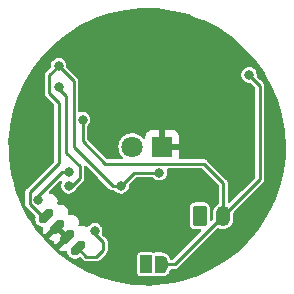
<source format=gbl>
%TF.GenerationSoftware,KiCad,Pcbnew,5.99.0-unknown-r24460-8dd23acc*%
%TF.CreationDate,2021-01-20T14:34:24+01:00*%
%TF.ProjectId,led-pedestal,6c65642d-7065-4646-9573-74616c2e6b69,rev?*%
%TF.SameCoordinates,Original*%
%TF.FileFunction,Copper,L2,Bot*%
%TF.FilePolarity,Positive*%
%FSLAX46Y46*%
G04 Gerber Fmt 4.6, Leading zero omitted, Abs format (unit mm)*
G04 Created by KiCad (PCBNEW 5.99.0-unknown-r24460-8dd23acc) date 2021-01-20 14:34:24*
%MOMM*%
%LPD*%
G01*
G04 APERTURE LIST*
G04 Aperture macros list*
%AMRoundRect*
0 Rectangle with rounded corners*
0 $1 Rounding radius*
0 $2 $3 $4 $5 $6 $7 $8 $9 X,Y pos of 4 corners*
0 Add a 4 corners polygon primitive as box body*
4,1,4,$2,$3,$4,$5,$6,$7,$8,$9,$2,$3,0*
0 Add four circle primitives for the rounded corners*
1,1,$1+$1,$2,$3,0*
1,1,$1+$1,$4,$5,0*
1,1,$1+$1,$6,$7,0*
1,1,$1+$1,$8,$9,0*
0 Add four rect primitives between the rounded corners*
20,1,$1+$1,$2,$3,$4,$5,0*
20,1,$1+$1,$4,$5,$6,$7,0*
20,1,$1+$1,$6,$7,$8,$9,0*
20,1,$1+$1,$8,$9,$2,$3,0*%
%AMHorizOval*
0 Thick line with rounded ends*
0 $1 width*
0 $2 $3 position (X,Y) of the first rounded end (center of the circle)*
0 $4 $5 position (X,Y) of the second rounded end (center of the circle)*
0 Add line between two ends*
20,1,$1,$2,$3,$4,$5,0*
0 Add two circle primitives to create the rounded ends*
1,1,$1,$2,$3,0*
1,1,$1,$4,$5,0*%
G04 Aperture macros list end*
%TA.AperFunction,SMDPad,CuDef*%
%ADD10HorizOval,0.800000X-0.247487X-0.247487X0.247487X0.247487X0*%
%TD*%
%TA.AperFunction,ComponentPad*%
%ADD11R,1.800000X1.800000*%
%TD*%
%TA.AperFunction,ComponentPad*%
%ADD12C,1.800000*%
%TD*%
%TA.AperFunction,ComponentPad*%
%ADD13RoundRect,0.250000X-0.350000X-0.625000X0.350000X-0.625000X0.350000X0.625000X-0.350000X0.625000X0*%
%TD*%
%TA.AperFunction,ComponentPad*%
%ADD14O,1.200000X1.750000*%
%TD*%
%TA.AperFunction,SMDPad,CuDef*%
%ADD15R,1.000000X1.500000*%
%TD*%
%TA.AperFunction,ViaPad*%
%ADD16C,0.800000*%
%TD*%
%TA.AperFunction,Conductor*%
%ADD17C,0.250000*%
%TD*%
G04 APERTURE END LIST*
D10*
%TO.P,J2,5,Pin_5*%
%TO.N,VCC*%
X139391292Y-100611631D03*
%TO.P,J2,6,Pin_6*%
%TO.N,GND*%
X140289317Y-101509657D03*
%TO.P,J2,7,Pin_7*%
X141187343Y-102407683D03*
%TO.P,J2,8,Pin_8*%
%TO.N,/RST*%
X142085369Y-103305708D03*
%TD*%
D11*
%TO.P,D2,1,K*%
%TO.N,GND*%
X149225000Y-94743000D03*
D12*
%TO.P,D2,2,A*%
%TO.N,Net-(D2-Pad2)*%
X146685000Y-94743000D03*
%TD*%
D13*
%TO.P,BT1,1,Pin_1*%
%TO.N,Net-(BT1-Pad1)*%
X152400000Y-100584000D03*
D14*
%TO.P,BT1,2,Pin_2*%
%TO.N,+BATT*%
X154400000Y-100584000D03*
%TD*%
%TA.AperFunction,SMDPad,CuDef*%
%TO.P,JP1,1,A*%
%TO.N,GND*%
G36*
X147128800Y-105448800D02*
G01*
X146578800Y-105448800D01*
X146578800Y-105443833D01*
X146498859Y-105442368D01*
X146363544Y-105400093D01*
X146245534Y-105321538D01*
X146154314Y-105213019D01*
X146097219Y-105083260D01*
X146079636Y-104948800D01*
X146078800Y-104948800D01*
X146078800Y-104448800D01*
X146079636Y-104448800D01*
X146078837Y-104442691D01*
X146100648Y-104302614D01*
X146160896Y-104174289D01*
X146254740Y-104068031D01*
X146374635Y-103992383D01*
X146510942Y-103953426D01*
X146578800Y-103953841D01*
X146578800Y-103948800D01*
X147128800Y-103948800D01*
X147128800Y-105448800D01*
G37*
%TD.AperFunction*%
D15*
%TO.P,JP1,2,C*%
%TO.N,Net-(C3-Pad1)*%
X147878800Y-104698800D03*
%TA.AperFunction,SMDPad,CuDef*%
%TO.P,JP1,3,B*%
%TO.N,+BATT*%
G36*
X149178800Y-103953841D02*
G01*
X149252705Y-103954292D01*
X149388526Y-103994911D01*
X149507488Y-104072018D01*
X149600026Y-104179415D01*
X149658703Y-104308467D01*
X149678800Y-104448800D01*
X149678800Y-104948800D01*
X149678651Y-104961016D01*
X149655131Y-105100817D01*
X149593319Y-105228396D01*
X149498184Y-105333500D01*
X149377374Y-105407677D01*
X149240601Y-105444966D01*
X149178800Y-105443833D01*
X149178800Y-105448800D01*
X148628800Y-105448800D01*
X148628800Y-103948800D01*
X149178800Y-103948800D01*
X149178800Y-103953841D01*
G37*
%TD.AperFunction*%
%TD*%
D16*
%TO.N,+BATT*%
X142485000Y-92447000D03*
X156565600Y-88646000D03*
%TO.N,GND*%
X147218400Y-92202000D03*
X140300000Y-101500000D03*
X138379200Y-89001600D03*
X150368000Y-100838000D03*
X153568400Y-85902800D03*
X155803600Y-97790000D03*
X143764000Y-88138000D03*
X143764000Y-86995000D03*
X147912400Y-102912600D03*
X141200000Y-102400000D03*
X142658000Y-90678000D03*
X139141200Y-96418400D03*
X156260800Y-99923600D03*
X139496800Y-92354400D03*
%TO.N,/AN1|CLK*%
X138734800Y-99263200D03*
X141325600Y-96901000D03*
%TO.N,VCC*%
X140462000Y-87884000D03*
X148996400Y-96926400D03*
X145745200Y-98044000D03*
%TO.N,Net-(C3-Pad1)*%
X147878800Y-104394000D03*
%TO.N,/RST*%
X143510000Y-101854000D03*
%TO.N,/AN0|DAT*%
X141325600Y-98044000D03*
X140462000Y-89712800D03*
%TD*%
D17*
%TO.N,+BATT*%
X157480000Y-89560400D02*
X156565600Y-88646000D01*
X157480000Y-97504000D02*
X157480000Y-89560400D01*
X144424400Y-96164400D02*
X152755600Y-96164400D01*
X154400000Y-100584000D02*
X150285200Y-104698800D01*
X154400000Y-100584000D02*
X157480000Y-97504000D01*
X142485000Y-94225000D02*
X144424400Y-96164400D01*
X154400000Y-97808800D02*
X154400000Y-100584000D01*
X152755600Y-96164400D02*
X154400000Y-97808800D01*
X150285200Y-104698800D02*
X149178800Y-104698800D01*
X142485000Y-92447000D02*
X142485000Y-94225000D01*
%TO.N,/AN1|CLK*%
X140716000Y-96901000D02*
X141325600Y-96901000D01*
X138734800Y-98882200D02*
X140716000Y-96901000D01*
X138734800Y-99263200D02*
X138734800Y-98882200D01*
%TO.N,VCC*%
X138009799Y-99604999D02*
X138009799Y-98591201D01*
X138009799Y-98591201D02*
X140462000Y-96139000D01*
X140462000Y-91033600D02*
X139649200Y-90220800D01*
X140462000Y-96139000D02*
X140462000Y-91033600D01*
X139649200Y-90220800D02*
X139649200Y-88696800D01*
X145745200Y-98044000D02*
X145034000Y-98044000D01*
X139391292Y-100611631D02*
X139016431Y-100611631D01*
X141732000Y-89154000D02*
X140462000Y-87884000D01*
X146862800Y-96926400D02*
X145745200Y-98044000D01*
X145034000Y-98044000D02*
X141732000Y-94742000D01*
X139649200Y-88696800D02*
X140462000Y-87884000D01*
X139016431Y-100611631D02*
X138009799Y-99604999D01*
X141732000Y-94742000D02*
X141732000Y-89154000D01*
X148996400Y-96926400D02*
X146862800Y-96926400D01*
%TO.N,Net-(C3-Pad1)*%
X147878800Y-104749600D02*
X147878800Y-104394000D01*
%TO.N,/RST*%
X144221200Y-102768400D02*
X143408400Y-101955600D01*
X142818061Y-104038400D02*
X143662400Y-104038400D01*
X143662400Y-104038400D02*
X144221200Y-103479600D01*
X142085369Y-103305708D02*
X142818061Y-104038400D01*
X144221200Y-103479600D02*
X144221200Y-102768400D01*
%TO.N,/AN0|DAT*%
X141605000Y-98044000D02*
X141274800Y-98044000D01*
X140447053Y-89787853D02*
X141097000Y-90437800D01*
X141097000Y-90437800D02*
X141097000Y-95250000D01*
X141097000Y-95250000D02*
X142240000Y-96393000D01*
X142240000Y-96393000D02*
X142240000Y-97409000D01*
X142240000Y-97409000D02*
X141605000Y-98044000D01*
%TD*%
%TA.AperFunction,Conductor*%
%TO.N,GND*%
G36*
X148170891Y-83017843D02*
G01*
X148807960Y-83027851D01*
X148822427Y-83028913D01*
X150148703Y-83203521D01*
X150162952Y-83206239D01*
X151460352Y-83532123D01*
X151474195Y-83536461D01*
X151946782Y-83715037D01*
X152725570Y-84009317D01*
X152738803Y-84015209D01*
X153927536Y-84628759D01*
X153940018Y-84636141D01*
X155050340Y-85382246D01*
X155061894Y-85391017D01*
X156079096Y-86259789D01*
X156089566Y-86269829D01*
X157000176Y-87249762D01*
X157009421Y-87260936D01*
X157747199Y-88265299D01*
X157801372Y-88339047D01*
X157809270Y-88351208D01*
X158020041Y-88720730D01*
X158472049Y-89513186D01*
X158478498Y-89526179D01*
X159003341Y-90756654D01*
X159008255Y-90770303D01*
X159388181Y-92052914D01*
X159391494Y-92067037D01*
X159621488Y-93384843D01*
X159623155Y-93399253D01*
X159700447Y-94739721D01*
X159700594Y-94750928D01*
X159682475Y-95327466D01*
X159677977Y-95470608D01*
X159677126Y-95481787D01*
X159523364Y-96752412D01*
X159515821Y-96814740D01*
X159513253Y-96829017D01*
X159200966Y-98129785D01*
X159196773Y-98143672D01*
X158997077Y-98689369D01*
X158759814Y-99337722D01*
X158737056Y-99399910D01*
X158731296Y-99413221D01*
X158608002Y-99658363D01*
X158130236Y-100608294D01*
X158122983Y-100620857D01*
X157388544Y-101738933D01*
X157379895Y-101750579D01*
X157074832Y-102115430D01*
X156522366Y-102776173D01*
X156521817Y-102776829D01*
X156511887Y-102787403D01*
X155541544Y-103708224D01*
X155530464Y-103717587D01*
X154460716Y-104520777D01*
X154448633Y-104528805D01*
X153293644Y-105203726D01*
X153280719Y-105210311D01*
X152055826Y-105748002D01*
X152042249Y-105753052D01*
X150873695Y-106112546D01*
X150763662Y-106146396D01*
X150749575Y-106149856D01*
X149434253Y-106393636D01*
X149419861Y-106395454D01*
X148651008Y-106447870D01*
X148085241Y-106486440D01*
X148070742Y-106486592D01*
X147631303Y-106465869D01*
X146734509Y-106423577D01*
X146720082Y-106422061D01*
X145399948Y-106205880D01*
X145385791Y-106202715D01*
X144099262Y-105836237D01*
X144085563Y-105831467D01*
X143372082Y-105535934D01*
X142849660Y-105319540D01*
X142836613Y-105313232D01*
X141667755Y-104662655D01*
X141655507Y-104654883D01*
X140569166Y-103874268D01*
X140557892Y-103865138D01*
X139568479Y-102964840D01*
X139558330Y-102954476D01*
X139209440Y-102554536D01*
X139609268Y-102554536D01*
X139615623Y-102563026D01*
X139621797Y-102567035D01*
X139633503Y-102573000D01*
X139799364Y-102636668D01*
X139812049Y-102640067D01*
X139933033Y-102659228D01*
X139997186Y-102689640D01*
X140034714Y-102749908D01*
X140037772Y-102763967D01*
X140056933Y-102884951D01*
X140060332Y-102897636D01*
X140124000Y-103063497D01*
X140129965Y-103075203D01*
X140132164Y-103078590D01*
X140142867Y-103087774D01*
X140152494Y-103083322D01*
X140815321Y-102420495D01*
X140822935Y-102406551D01*
X140822804Y-102404718D01*
X140818553Y-102398103D01*
X140302129Y-101881679D01*
X140288185Y-101874065D01*
X140286352Y-101874196D01*
X140279737Y-101878447D01*
X139616028Y-102542156D01*
X139609268Y-102554536D01*
X139209440Y-102554536D01*
X138678950Y-101946425D01*
X138670059Y-101934963D01*
X137912364Y-100832508D01*
X137904850Y-100820100D01*
X137278902Y-99637892D01*
X137272863Y-99624703D01*
X137258120Y-99586887D01*
X137625727Y-99586887D01*
X137626951Y-99597226D01*
X137629426Y-99618140D01*
X137629811Y-99624664D01*
X137629871Y-99624659D01*
X137630299Y-99629838D01*
X137630299Y-99635038D01*
X137631153Y-99640166D01*
X137631153Y-99640171D01*
X137633711Y-99655539D01*
X137634548Y-99661416D01*
X137640567Y-99712271D01*
X137644526Y-99720517D01*
X137646029Y-99729544D01*
X137659167Y-99753894D01*
X137670347Y-99774614D01*
X137673043Y-99779904D01*
X137686449Y-99807822D01*
X137695220Y-99826088D01*
X137700628Y-99832521D01*
X137702556Y-99834449D01*
X137702742Y-99834651D01*
X137705984Y-99840661D01*
X137713631Y-99847729D01*
X137713631Y-99847730D01*
X137740993Y-99873023D01*
X137744560Y-99876453D01*
X138469572Y-100601466D01*
X138503597Y-100663778D01*
X138504925Y-100710272D01*
X138495183Y-100771778D01*
X138484631Y-100838403D01*
X138485377Y-100846295D01*
X138498414Y-100984212D01*
X138500188Y-101002983D01*
X138502872Y-101010438D01*
X138550299Y-101142171D01*
X138556186Y-101158524D01*
X138649107Y-101295253D01*
X138655055Y-101300497D01*
X138655056Y-101300498D01*
X138703387Y-101343107D01*
X138773112Y-101404577D01*
X138780172Y-101408174D01*
X138780173Y-101408175D01*
X138913344Y-101476029D01*
X138913346Y-101476030D01*
X138920408Y-101479628D01*
X139012327Y-101500174D01*
X139040591Y-101506492D01*
X139102708Y-101540873D01*
X139136376Y-101603378D01*
X139138932Y-101636052D01*
X139130427Y-101798334D01*
X139131114Y-101811443D01*
X139158907Y-101986925D01*
X139162306Y-101999610D01*
X139225974Y-102165471D01*
X139231939Y-102177177D01*
X139234138Y-102180564D01*
X139244841Y-102189748D01*
X139254468Y-102185296D01*
X140200222Y-101239542D01*
X140262534Y-101205516D01*
X140333349Y-101210581D01*
X140378412Y-101239542D01*
X141457458Y-102318588D01*
X141491484Y-102380900D01*
X141486419Y-102451715D01*
X141457458Y-102496778D01*
X140514054Y-103440182D01*
X140507294Y-103452562D01*
X140513649Y-103461052D01*
X140519823Y-103465061D01*
X140531529Y-103471026D01*
X140697390Y-103534694D01*
X140710075Y-103538093D01*
X140885557Y-103565886D01*
X140898666Y-103566573D01*
X141059870Y-103558124D01*
X141128944Y-103574533D01*
X141178181Y-103625682D01*
X141191905Y-103672093D01*
X141194265Y-103697060D01*
X141250263Y-103852601D01*
X141254720Y-103859159D01*
X141319845Y-103954987D01*
X141343184Y-103989330D01*
X141349132Y-103994574D01*
X141349133Y-103994575D01*
X141437177Y-104072195D01*
X141467189Y-104098654D01*
X141474249Y-104102251D01*
X141474250Y-104102252D01*
X141607421Y-104170106D01*
X141607423Y-104170107D01*
X141614485Y-104173705D01*
X141775818Y-104209767D01*
X141941051Y-104204575D01*
X141948663Y-104202363D01*
X141948666Y-104202363D01*
X142092188Y-104160666D01*
X142092190Y-104160665D01*
X142099801Y-104158454D01*
X142205207Y-104096117D01*
X142274023Y-104078657D01*
X142341354Y-104101174D01*
X142358441Y-104115475D01*
X142512406Y-104269440D01*
X142525483Y-104285632D01*
X142528024Y-104288425D01*
X142533673Y-104297173D01*
X142541852Y-104303620D01*
X142541852Y-104303621D01*
X142558397Y-104316664D01*
X142563277Y-104321001D01*
X142563317Y-104320954D01*
X142567274Y-104324307D01*
X142570955Y-104327988D01*
X142587852Y-104340063D01*
X142592598Y-104343627D01*
X142632827Y-104375340D01*
X142641461Y-104378372D01*
X142648904Y-104383691D01*
X142658882Y-104386675D01*
X142697964Y-104398363D01*
X142703613Y-104400198D01*
X142751954Y-104417175D01*
X142760326Y-104417900D01*
X142763040Y-104417900D01*
X142763332Y-104417913D01*
X142769870Y-104419868D01*
X142817489Y-104417997D01*
X142822436Y-104417900D01*
X143609641Y-104417900D01*
X143630343Y-104420103D01*
X143634109Y-104420281D01*
X143644288Y-104422472D01*
X143675541Y-104418773D01*
X143682065Y-104418388D01*
X143682060Y-104418328D01*
X143687237Y-104417900D01*
X143692440Y-104417900D01*
X143712940Y-104414488D01*
X143718813Y-104413653D01*
X143759328Y-104408857D01*
X143759332Y-104408856D01*
X143769672Y-104407632D01*
X143777917Y-104403673D01*
X143786946Y-104402170D01*
X143796106Y-104397228D01*
X143796114Y-104397225D01*
X143832049Y-104377835D01*
X143837312Y-104375153D01*
X143883489Y-104352979D01*
X143889922Y-104347571D01*
X143891852Y-104345641D01*
X143892049Y-104345460D01*
X143898063Y-104342215D01*
X143917434Y-104321260D01*
X143930420Y-104307211D01*
X143933850Y-104303643D01*
X144452242Y-103785252D01*
X144468430Y-103772178D01*
X144471220Y-103769639D01*
X144479972Y-103763988D01*
X144499456Y-103739273D01*
X144503802Y-103734383D01*
X144503755Y-103734343D01*
X144507108Y-103730386D01*
X144510788Y-103726706D01*
X144522883Y-103709780D01*
X144526437Y-103705048D01*
X144526589Y-103704856D01*
X144558140Y-103664834D01*
X144561172Y-103656200D01*
X144566491Y-103648757D01*
X144581163Y-103599697D01*
X144582998Y-103594049D01*
X144597347Y-103553190D01*
X144599975Y-103545707D01*
X144600700Y-103537335D01*
X144600700Y-103534621D01*
X144600713Y-103534329D01*
X144602668Y-103527791D01*
X144600797Y-103480171D01*
X144600700Y-103475224D01*
X144600700Y-102821159D01*
X144602903Y-102800457D01*
X144603081Y-102796691D01*
X144605272Y-102786512D01*
X144601573Y-102755259D01*
X144601188Y-102748734D01*
X144601128Y-102748739D01*
X144600700Y-102743559D01*
X144600700Y-102738360D01*
X144599847Y-102733234D01*
X144599846Y-102733224D01*
X144597288Y-102717857D01*
X144596451Y-102711981D01*
X144591655Y-102671463D01*
X144590432Y-102661127D01*
X144586473Y-102652881D01*
X144584970Y-102643854D01*
X144560652Y-102598784D01*
X144557956Y-102593494D01*
X144539210Y-102554455D01*
X144539210Y-102554454D01*
X144535779Y-102547310D01*
X144530371Y-102540877D01*
X144528443Y-102538949D01*
X144528257Y-102538747D01*
X144525015Y-102532737D01*
X144517366Y-102525667D01*
X144517365Y-102525665D01*
X144490011Y-102500379D01*
X144486444Y-102496950D01*
X144334231Y-102344737D01*
X144167236Y-102177743D01*
X144133211Y-102115430D01*
X144139179Y-102042263D01*
X144145864Y-102025380D01*
X144145865Y-102025375D01*
X144148781Y-102018011D01*
X144158097Y-101944271D01*
X144168506Y-101861868D01*
X144169500Y-101854000D01*
X144153923Y-101730694D01*
X144149775Y-101697854D01*
X144149774Y-101697851D01*
X144148781Y-101689989D01*
X144120236Y-101617893D01*
X144090842Y-101543652D01*
X144090841Y-101543650D01*
X144087924Y-101536283D01*
X144074039Y-101517171D01*
X144003692Y-101420348D01*
X143990755Y-101402541D01*
X143984647Y-101397488D01*
X143869487Y-101302219D01*
X143869483Y-101302216D01*
X143863378Y-101297166D01*
X143713797Y-101226778D01*
X143706014Y-101225293D01*
X143706013Y-101225293D01*
X143559196Y-101197286D01*
X143559194Y-101197286D01*
X143551410Y-101195801D01*
X143468916Y-101200991D01*
X143394333Y-101205684D01*
X143394331Y-101205684D01*
X143386422Y-101206182D01*
X143378886Y-101208631D01*
X143378884Y-101208631D01*
X143236741Y-101254816D01*
X143236738Y-101254817D01*
X143229199Y-101257267D01*
X143089619Y-101345847D01*
X143084192Y-101351626D01*
X143084191Y-101351627D01*
X143031089Y-101408175D01*
X142976453Y-101466356D01*
X142972636Y-101473300D01*
X142972634Y-101473302D01*
X142964578Y-101487956D01*
X142914233Y-101538015D01*
X142844816Y-101552909D01*
X142777462Y-101527221D01*
X142764364Y-101517171D01*
X142757814Y-101512145D01*
X142610814Y-101451255D01*
X142602630Y-101450178D01*
X142602628Y-101450177D01*
X142461252Y-101431565D01*
X142453064Y-101430487D01*
X142444876Y-101431565D01*
X142332929Y-101446303D01*
X142295314Y-101451255D01*
X142294273Y-101451686D01*
X142226599Y-101450073D01*
X142167804Y-101410277D01*
X142139859Y-101345011D01*
X142142959Y-101301670D01*
X142143770Y-101299712D01*
X142145221Y-101288695D01*
X142163460Y-101150150D01*
X142164538Y-101141962D01*
X142146727Y-101006672D01*
X142144848Y-100992398D01*
X142144847Y-100992396D01*
X142143770Y-100984212D01*
X142082880Y-100837212D01*
X141986020Y-100710980D01*
X141859788Y-100614120D01*
X141712788Y-100553230D01*
X141704604Y-100552153D01*
X141704602Y-100552152D01*
X141563226Y-100533540D01*
X141555038Y-100532462D01*
X141546850Y-100533540D01*
X141405474Y-100552152D01*
X141405472Y-100552153D01*
X141397288Y-100553230D01*
X141396249Y-100553660D01*
X141328576Y-100552049D01*
X141269781Y-100512253D01*
X141241834Y-100446989D01*
X141244933Y-100403646D01*
X141245745Y-100401686D01*
X141266513Y-100243936D01*
X141245745Y-100086186D01*
X141184855Y-99939186D01*
X141087995Y-99812954D01*
X140961763Y-99716094D01*
X140814763Y-99655204D01*
X140806579Y-99654127D01*
X140806577Y-99654126D01*
X140665201Y-99635514D01*
X140657013Y-99634436D01*
X140499263Y-99655204D01*
X140498222Y-99655635D01*
X140430548Y-99654022D01*
X140371753Y-99614226D01*
X140343808Y-99548960D01*
X140346907Y-99505620D01*
X140347719Y-99503660D01*
X140368487Y-99345910D01*
X140365292Y-99321641D01*
X140348797Y-99196346D01*
X140348796Y-99196344D01*
X140347719Y-99188160D01*
X140286829Y-99041160D01*
X140189969Y-98914928D01*
X140063737Y-98818068D01*
X139916737Y-98757178D01*
X139908553Y-98756101D01*
X139908551Y-98756100D01*
X139767175Y-98737488D01*
X139758987Y-98736410D01*
X139733484Y-98739768D01*
X139663338Y-98728830D01*
X139610238Y-98681702D01*
X139591047Y-98613349D01*
X139611857Y-98545471D01*
X139627943Y-98525751D01*
X140525887Y-97627807D01*
X140588199Y-97593781D01*
X140659014Y-97598846D01*
X140715850Y-97641393D01*
X140740661Y-97707913D01*
X140725396Y-97777604D01*
X140718203Y-97790689D01*
X140712412Y-97801222D01*
X140671300Y-97961343D01*
X140671300Y-98126657D01*
X140712412Y-98286778D01*
X140792053Y-98431644D01*
X140797477Y-98437420D01*
X140887671Y-98533466D01*
X140905219Y-98552153D01*
X141044799Y-98640733D01*
X141052338Y-98643183D01*
X141052341Y-98643184D01*
X141194484Y-98689369D01*
X141194486Y-98689369D01*
X141202022Y-98691818D01*
X141209931Y-98692316D01*
X141209933Y-98692316D01*
X141284516Y-98697008D01*
X141367010Y-98702199D01*
X141374794Y-98700714D01*
X141374796Y-98700714D01*
X141521613Y-98672707D01*
X141521614Y-98672707D01*
X141529397Y-98671222D01*
X141678978Y-98600834D01*
X141685083Y-98595784D01*
X141685087Y-98595781D01*
X141800247Y-98500512D01*
X141806355Y-98495459D01*
X141857206Y-98425468D01*
X141898865Y-98368130D01*
X141898866Y-98368128D01*
X141903524Y-98361717D01*
X141946058Y-98254290D01*
X141974114Y-98211579D01*
X142219700Y-97965994D01*
X142471040Y-97714654D01*
X142487234Y-97701576D01*
X142490024Y-97699037D01*
X142498773Y-97693388D01*
X142515432Y-97672257D01*
X142518264Y-97668664D01*
X142522601Y-97663784D01*
X142522554Y-97663744D01*
X142525907Y-97659787D01*
X142529588Y-97656106D01*
X142541664Y-97639208D01*
X142545227Y-97634462D01*
X142570493Y-97602412D01*
X142576940Y-97594234D01*
X142579972Y-97585600D01*
X142585291Y-97578157D01*
X142599963Y-97529097D01*
X142601798Y-97523449D01*
X142616147Y-97482590D01*
X142618775Y-97475107D01*
X142619500Y-97466735D01*
X142619500Y-97464021D01*
X142619513Y-97463729D01*
X142621468Y-97457191D01*
X142619597Y-97409571D01*
X142619500Y-97404624D01*
X142619500Y-96470383D01*
X142639502Y-96402262D01*
X142693158Y-96355769D01*
X142763432Y-96345665D01*
X142828012Y-96375159D01*
X142834589Y-96381282D01*
X143796110Y-97342804D01*
X144728344Y-98275038D01*
X144741425Y-98291234D01*
X144743961Y-98294021D01*
X144749612Y-98302773D01*
X144757791Y-98309220D01*
X144757791Y-98309221D01*
X144774336Y-98322264D01*
X144779216Y-98326601D01*
X144779256Y-98326554D01*
X144783212Y-98329906D01*
X144786894Y-98333588D01*
X144791130Y-98336615D01*
X144791131Y-98336616D01*
X144803793Y-98345665D01*
X144808540Y-98349228D01*
X144848766Y-98380940D01*
X144857398Y-98383971D01*
X144864842Y-98389291D01*
X144913907Y-98403964D01*
X144919548Y-98405797D01*
X144937285Y-98412026D01*
X144967893Y-98422775D01*
X144976265Y-98423500D01*
X144978978Y-98423500D01*
X144979270Y-98423513D01*
X144985809Y-98425468D01*
X144996216Y-98425059D01*
X145033419Y-98423597D01*
X145038367Y-98423500D01*
X145149480Y-98423500D01*
X145217601Y-98443502D01*
X145241330Y-98463247D01*
X145310051Y-98536427D01*
X145324819Y-98552153D01*
X145464399Y-98640733D01*
X145471938Y-98643183D01*
X145471941Y-98643184D01*
X145614084Y-98689369D01*
X145614086Y-98689369D01*
X145621622Y-98691818D01*
X145629531Y-98692316D01*
X145629533Y-98692316D01*
X145704116Y-98697008D01*
X145786610Y-98702199D01*
X145794394Y-98700714D01*
X145794396Y-98700714D01*
X145941213Y-98672707D01*
X145941214Y-98672707D01*
X145948997Y-98671222D01*
X146098578Y-98600834D01*
X146104683Y-98595784D01*
X146104687Y-98595781D01*
X146219847Y-98500512D01*
X146225955Y-98495459D01*
X146276806Y-98425468D01*
X146318465Y-98368130D01*
X146318466Y-98368128D01*
X146323124Y-98361717D01*
X146328069Y-98349229D01*
X146381064Y-98215379D01*
X146381064Y-98215377D01*
X146383981Y-98208011D01*
X146404700Y-98044000D01*
X146398662Y-97996207D01*
X146409968Y-97926119D01*
X146434573Y-97891320D01*
X146707445Y-97618449D01*
X146983090Y-97342804D01*
X147045402Y-97308779D01*
X147072185Y-97305900D01*
X148400680Y-97305900D01*
X148468801Y-97325902D01*
X148492530Y-97345647D01*
X148552559Y-97409571D01*
X148576019Y-97434553D01*
X148715599Y-97523133D01*
X148723138Y-97525583D01*
X148723141Y-97525584D01*
X148865284Y-97571769D01*
X148865286Y-97571769D01*
X148872822Y-97574218D01*
X148880731Y-97574716D01*
X148880733Y-97574716D01*
X148951732Y-97579183D01*
X149037810Y-97584599D01*
X149045594Y-97583114D01*
X149045596Y-97583114D01*
X149192413Y-97555107D01*
X149192414Y-97555107D01*
X149200197Y-97553622D01*
X149349778Y-97483234D01*
X149355883Y-97478184D01*
X149355887Y-97478181D01*
X149471047Y-97382912D01*
X149477155Y-97377859D01*
X149523519Y-97314044D01*
X149569665Y-97250530D01*
X149569666Y-97250528D01*
X149574324Y-97244117D01*
X149635181Y-97090411D01*
X149639478Y-97056402D01*
X149654906Y-96934268D01*
X149655900Y-96926400D01*
X149642828Y-96822923D01*
X149636175Y-96770254D01*
X149636174Y-96770251D01*
X149635181Y-96762389D01*
X149632264Y-96755023D01*
X149632263Y-96755017D01*
X149616927Y-96716283D01*
X149610448Y-96645583D01*
X149643221Y-96582603D01*
X149704840Y-96547339D01*
X149734079Y-96543900D01*
X152546217Y-96543900D01*
X152614338Y-96563902D01*
X152635312Y-96580805D01*
X153983595Y-97929089D01*
X154017621Y-97991401D01*
X154020500Y-98018184D01*
X154020501Y-99467116D01*
X154000499Y-99535237D01*
X153953267Y-99578573D01*
X153919374Y-99596442D01*
X153777574Y-99716272D01*
X153664814Y-99863757D01*
X153586355Y-100032014D01*
X153545856Y-100213193D01*
X153545500Y-100219561D01*
X153545500Y-100849616D01*
X153525498Y-100917737D01*
X153508595Y-100938711D01*
X153469595Y-100977711D01*
X153407283Y-101011737D01*
X153336468Y-101006672D01*
X153279632Y-100964125D01*
X153254821Y-100897605D01*
X153254500Y-100888616D01*
X153254500Y-99924086D01*
X153247778Y-99877150D01*
X153240295Y-99824893D01*
X153240294Y-99824890D01*
X153239021Y-99816000D01*
X153224035Y-99783039D01*
X153199711Y-99729544D01*
X153179229Y-99684496D01*
X153084933Y-99575059D01*
X152963711Y-99496487D01*
X152865501Y-99467116D01*
X152831850Y-99457052D01*
X152831848Y-99457052D01*
X152825309Y-99455096D01*
X152817288Y-99454500D01*
X152015086Y-99454500D01*
X151972597Y-99460585D01*
X151915893Y-99468705D01*
X151915890Y-99468706D01*
X151907000Y-99469979D01*
X151898824Y-99473696D01*
X151898822Y-99473697D01*
X151870143Y-99486737D01*
X151775496Y-99529771D01*
X151666059Y-99624067D01*
X151587487Y-99745289D01*
X151563680Y-99824893D01*
X151548261Y-99876453D01*
X151546096Y-99883691D01*
X151545500Y-99891712D01*
X151545500Y-101243914D01*
X151548021Y-101261517D01*
X151552319Y-101291526D01*
X151560979Y-101352000D01*
X151620771Y-101483504D01*
X151715067Y-101592941D01*
X151836289Y-101671513D01*
X151891261Y-101687953D01*
X151968150Y-101710948D01*
X151968152Y-101710948D01*
X151974691Y-101712904D01*
X151982712Y-101713500D01*
X152429616Y-101713500D01*
X152497737Y-101733502D01*
X152544230Y-101787158D01*
X152554334Y-101857432D01*
X152524840Y-101922012D01*
X152518711Y-101928595D01*
X150164912Y-104282395D01*
X150102600Y-104316420D01*
X150075817Y-104319300D01*
X150023938Y-104319300D01*
X149955817Y-104299298D01*
X149909324Y-104245642D01*
X149903007Y-104228676D01*
X149894931Y-104201059D01*
X149836254Y-104072007D01*
X149796615Y-104010025D01*
X149743861Y-103948800D01*
X149707001Y-103906021D01*
X149706998Y-103906018D01*
X149704077Y-103902628D01*
X149700708Y-103899689D01*
X149700704Y-103899685D01*
X149671538Y-103874242D01*
X149648631Y-103854259D01*
X149641280Y-103849494D01*
X149533427Y-103779588D01*
X149529669Y-103777152D01*
X149462879Y-103746291D01*
X149327058Y-103705672D01*
X149322618Y-103705008D01*
X149322616Y-103705008D01*
X149258719Y-103695459D01*
X149258718Y-103695459D01*
X149254289Y-103694797D01*
X149233444Y-103694670D01*
X149216942Y-103694569D01*
X149193131Y-103692150D01*
X149184872Y-103690507D01*
X149184864Y-103690506D01*
X149178800Y-103689300D01*
X148628800Y-103689300D01*
X148529494Y-103709053D01*
X148528659Y-103704856D01*
X148481426Y-103709933D01*
X148478124Y-103708963D01*
X148478106Y-103709053D01*
X148455292Y-103704515D01*
X148378800Y-103689300D01*
X147378800Y-103689300D01*
X147279494Y-103709053D01*
X147195306Y-103765306D01*
X147139053Y-103849494D01*
X147119300Y-103948800D01*
X147119300Y-105448800D01*
X147139053Y-105548106D01*
X147195306Y-105632294D01*
X147279494Y-105688547D01*
X147378800Y-105708300D01*
X148378800Y-105708300D01*
X148478106Y-105688547D01*
X148478941Y-105692744D01*
X148526174Y-105687667D01*
X148529476Y-105688637D01*
X148529494Y-105688547D01*
X148628800Y-105708300D01*
X149178800Y-105708300D01*
X149184867Y-105707093D01*
X149184870Y-105707093D01*
X149188152Y-105706440D01*
X149215035Y-105704041D01*
X149231369Y-105704340D01*
X149235844Y-105704422D01*
X149308858Y-105695328D01*
X149313181Y-105694149D01*
X149313188Y-105694148D01*
X149441311Y-105659217D01*
X149441314Y-105659216D01*
X149445631Y-105658039D01*
X149449734Y-105656263D01*
X149449741Y-105656261D01*
X149509031Y-105630604D01*
X149509036Y-105630602D01*
X149513155Y-105628819D01*
X149633965Y-105554642D01*
X149637410Y-105551782D01*
X149637414Y-105551779D01*
X149662270Y-105531143D01*
X149690575Y-105507643D01*
X149785710Y-105402539D01*
X149788218Y-105398821D01*
X149824342Y-105345266D01*
X149824343Y-105345264D01*
X149826853Y-105341543D01*
X149888665Y-105213964D01*
X149903975Y-105165990D01*
X149943741Y-105107177D01*
X150008992Y-105079198D01*
X150024010Y-105078300D01*
X150232441Y-105078300D01*
X150253143Y-105080503D01*
X150256909Y-105080681D01*
X150267088Y-105082872D01*
X150298341Y-105079173D01*
X150304865Y-105078788D01*
X150304860Y-105078728D01*
X150310037Y-105078300D01*
X150315240Y-105078300D01*
X150335740Y-105074888D01*
X150341613Y-105074053D01*
X150382128Y-105069257D01*
X150382132Y-105069256D01*
X150392472Y-105068032D01*
X150400717Y-105064073D01*
X150409746Y-105062570D01*
X150418906Y-105057628D01*
X150418914Y-105057625D01*
X150454849Y-105038235D01*
X150460112Y-105035553D01*
X150506289Y-105013379D01*
X150512722Y-105007971D01*
X150514652Y-105006041D01*
X150514849Y-105005860D01*
X150520863Y-105002615D01*
X150553233Y-104967596D01*
X150556663Y-104964030D01*
X153870820Y-101649874D01*
X153933132Y-101615848D01*
X154006707Y-101621980D01*
X154162520Y-101684301D01*
X154162524Y-101684302D01*
X154168864Y-101686838D01*
X154277990Y-101704904D01*
X154345285Y-101716045D01*
X154345288Y-101716045D01*
X154352022Y-101717160D01*
X154358839Y-101716803D01*
X154358843Y-101716803D01*
X154514843Y-101708627D01*
X154537418Y-101707444D01*
X154716403Y-101658143D01*
X154880626Y-101571558D01*
X155022426Y-101451728D01*
X155054118Y-101410277D01*
X155131042Y-101309665D01*
X155131045Y-101309661D01*
X155135186Y-101304244D01*
X155213645Y-101135987D01*
X155242551Y-101006672D01*
X155253017Y-100959852D01*
X155253018Y-100959846D01*
X155254144Y-100954808D01*
X155254500Y-100948440D01*
X155254500Y-100318383D01*
X155274502Y-100250262D01*
X155291405Y-100229288D01*
X157711039Y-97809655D01*
X157727231Y-97796577D01*
X157730020Y-97794039D01*
X157738772Y-97788388D01*
X157758256Y-97763673D01*
X157762602Y-97758783D01*
X157762555Y-97758743D01*
X157765908Y-97754786D01*
X157769588Y-97751106D01*
X157781683Y-97734180D01*
X157785237Y-97729448D01*
X157806755Y-97702154D01*
X157816940Y-97689234D01*
X157819972Y-97680600D01*
X157825291Y-97673157D01*
X157839963Y-97624097D01*
X157841798Y-97618449D01*
X157853686Y-97584599D01*
X157858775Y-97570107D01*
X157859500Y-97561735D01*
X157859500Y-97559021D01*
X157859513Y-97558729D01*
X157861468Y-97552191D01*
X157859597Y-97504571D01*
X157859500Y-97499624D01*
X157859500Y-89613159D01*
X157861703Y-89592457D01*
X157861881Y-89588691D01*
X157864072Y-89578512D01*
X157860373Y-89547259D01*
X157859988Y-89540734D01*
X157859928Y-89540739D01*
X157859500Y-89535559D01*
X157859500Y-89530360D01*
X157858647Y-89525234D01*
X157858646Y-89525224D01*
X157856088Y-89509857D01*
X157855251Y-89503981D01*
X157850455Y-89463463D01*
X157849232Y-89453127D01*
X157845273Y-89444881D01*
X157843770Y-89435854D01*
X157825747Y-89402452D01*
X157819452Y-89390784D01*
X157816756Y-89385494D01*
X157798010Y-89346455D01*
X157798010Y-89346454D01*
X157794579Y-89339310D01*
X157789171Y-89332877D01*
X157787243Y-89330949D01*
X157787057Y-89330747D01*
X157783815Y-89324737D01*
X157776166Y-89317667D01*
X157776165Y-89317665D01*
X157748811Y-89292379D01*
X157745244Y-89288950D01*
X157503021Y-89046727D01*
X157254973Y-88798680D01*
X157220948Y-88736367D01*
X157219062Y-88693795D01*
X157225100Y-88646000D01*
X157217063Y-88582376D01*
X157205375Y-88489854D01*
X157205374Y-88489851D01*
X157204381Y-88481989D01*
X157200166Y-88471342D01*
X157146442Y-88335652D01*
X157146441Y-88335650D01*
X157143524Y-88328283D01*
X157046355Y-88194541D01*
X157040247Y-88189488D01*
X156925087Y-88094219D01*
X156925083Y-88094216D01*
X156918978Y-88089166D01*
X156769397Y-88018778D01*
X156761614Y-88017293D01*
X156761613Y-88017293D01*
X156614796Y-87989286D01*
X156614794Y-87989286D01*
X156607010Y-87987801D01*
X156524516Y-87992992D01*
X156449933Y-87997684D01*
X156449931Y-87997684D01*
X156442022Y-87998182D01*
X156434486Y-88000631D01*
X156434484Y-88000631D01*
X156292341Y-88046816D01*
X156292338Y-88046817D01*
X156284799Y-88049267D01*
X156145219Y-88137847D01*
X156139792Y-88143626D01*
X156139791Y-88143627D01*
X156085956Y-88200955D01*
X156032053Y-88258356D01*
X155952412Y-88403222D01*
X155911300Y-88563343D01*
X155911300Y-88728657D01*
X155952412Y-88888778D01*
X156032053Y-89033644D01*
X156037477Y-89039420D01*
X156126608Y-89134334D01*
X156145219Y-89154153D01*
X156284799Y-89242733D01*
X156292338Y-89245183D01*
X156292341Y-89245184D01*
X156434484Y-89291369D01*
X156434486Y-89291369D01*
X156442022Y-89293818D01*
X156449931Y-89294316D01*
X156449933Y-89294316D01*
X156524516Y-89299009D01*
X156607010Y-89304199D01*
X156614797Y-89302714D01*
X156622709Y-89302216D01*
X156622899Y-89305241D01*
X156679443Y-89310767D01*
X156721448Y-89338542D01*
X157063596Y-89680690D01*
X157097622Y-89743002D01*
X157100501Y-89769785D01*
X157100500Y-97294616D01*
X157080498Y-97362737D01*
X157063595Y-97383711D01*
X155984060Y-98463247D01*
X154994595Y-99452712D01*
X154932283Y-99486737D01*
X154861468Y-99481673D01*
X154804632Y-99439126D01*
X154779821Y-99372606D01*
X154779500Y-99363617D01*
X154779500Y-97861559D01*
X154781703Y-97840857D01*
X154781881Y-97837091D01*
X154784072Y-97826912D01*
X154780373Y-97795659D01*
X154779988Y-97789134D01*
X154779928Y-97789139D01*
X154779500Y-97783959D01*
X154779500Y-97778760D01*
X154778647Y-97773634D01*
X154778646Y-97773624D01*
X154776088Y-97758257D01*
X154775251Y-97752381D01*
X154772813Y-97731785D01*
X154769232Y-97701527D01*
X154765273Y-97693281D01*
X154763770Y-97684254D01*
X154739452Y-97639184D01*
X154736756Y-97633894D01*
X154718010Y-97594855D01*
X154718010Y-97594854D01*
X154714579Y-97587710D01*
X154709171Y-97581277D01*
X154707246Y-97579352D01*
X154707057Y-97579146D01*
X154703815Y-97573137D01*
X154691481Y-97561735D01*
X154668814Y-97540783D01*
X154665247Y-97537353D01*
X153061259Y-95933366D01*
X153048172Y-95917162D01*
X153045637Y-95914376D01*
X153039988Y-95905627D01*
X153015260Y-95886133D01*
X153010385Y-95881800D01*
X153010345Y-95881847D01*
X153006384Y-95878491D01*
X153002705Y-95874812D01*
X152985821Y-95862747D01*
X152981080Y-95859188D01*
X152940834Y-95827460D01*
X152932198Y-95824427D01*
X152924756Y-95819109D01*
X152875704Y-95804439D01*
X152870056Y-95802604D01*
X152829193Y-95788253D01*
X152829186Y-95788251D01*
X152821707Y-95785625D01*
X152813335Y-95784900D01*
X152810599Y-95784900D01*
X152810331Y-95784888D01*
X152803790Y-95782932D01*
X152778466Y-95783927D01*
X152756171Y-95784803D01*
X152751224Y-95784900D01*
X150762863Y-95784900D01*
X150694742Y-95764898D01*
X150648249Y-95711242D01*
X150637184Y-95649913D01*
X150638000Y-95638502D01*
X150638000Y-95015115D01*
X150633525Y-94999876D01*
X150632135Y-94998671D01*
X150624452Y-94997000D01*
X149479002Y-94996999D01*
X149478996Y-94997000D01*
X149097000Y-94996999D01*
X149028879Y-94976997D01*
X148982386Y-94923341D01*
X148971000Y-94870999D01*
X148971000Y-94470885D01*
X149478999Y-94470885D01*
X149483474Y-94486124D01*
X149484864Y-94487329D01*
X149492547Y-94489000D01*
X150619885Y-94489001D01*
X150635124Y-94484526D01*
X150636329Y-94483136D01*
X150638000Y-94475453D01*
X150638000Y-93845257D01*
X150637839Y-93840750D01*
X150633260Y-93776731D01*
X150630874Y-93763509D01*
X150594181Y-93638542D01*
X150586767Y-93622308D01*
X150517574Y-93514640D01*
X150505888Y-93501153D01*
X150409160Y-93417338D01*
X150394152Y-93407693D01*
X150277725Y-93354523D01*
X150260612Y-93349498D01*
X150129446Y-93330639D01*
X150120505Y-93330000D01*
X149497115Y-93330000D01*
X149481876Y-93334475D01*
X149480671Y-93335865D01*
X149479000Y-93343548D01*
X149478999Y-94470885D01*
X148971000Y-94470885D01*
X148971001Y-93348115D01*
X148966526Y-93332876D01*
X148965136Y-93331671D01*
X148957453Y-93330000D01*
X148327257Y-93330000D01*
X148322750Y-93330161D01*
X148258731Y-93334740D01*
X148245509Y-93337126D01*
X148120542Y-93373819D01*
X148104308Y-93381233D01*
X147996640Y-93450426D01*
X147983153Y-93462112D01*
X147899338Y-93558840D01*
X147889693Y-93573848D01*
X147836523Y-93690275D01*
X147831498Y-93707388D01*
X147812639Y-93838554D01*
X147812000Y-93847495D01*
X147812000Y-93943132D01*
X147791998Y-94011253D01*
X147738342Y-94057746D01*
X147668068Y-94067850D01*
X147603488Y-94038356D01*
X147585042Y-94018521D01*
X147550129Y-93971767D01*
X147550128Y-93971766D01*
X147546676Y-93967143D01*
X147409945Y-93840750D01*
X147395099Y-93827026D01*
X147395096Y-93827024D01*
X147390859Y-93823107D01*
X147211402Y-93709878D01*
X147014316Y-93631249D01*
X146806201Y-93589852D01*
X146800427Y-93589776D01*
X146800423Y-93589776D01*
X146691966Y-93588356D01*
X146594027Y-93587074D01*
X146588330Y-93588053D01*
X146588329Y-93588053D01*
X146578302Y-93589776D01*
X146384899Y-93623009D01*
X146185822Y-93696452D01*
X146003463Y-93804945D01*
X145843928Y-93944853D01*
X145840361Y-93949378D01*
X145840356Y-93949383D01*
X145717905Y-94104712D01*
X145712561Y-94111491D01*
X145613762Y-94299279D01*
X145600956Y-94340520D01*
X145554852Y-94489000D01*
X145550838Y-94501926D01*
X145525897Y-94712648D01*
X145539775Y-94924386D01*
X145592007Y-95130049D01*
X145680844Y-95322750D01*
X145803309Y-95496035D01*
X145807443Y-95500062D01*
X145877846Y-95568646D01*
X145912683Y-95630508D01*
X145908546Y-95701384D01*
X145866747Y-95758771D01*
X145800557Y-95784451D01*
X145789924Y-95784900D01*
X144633784Y-95784900D01*
X144565663Y-95764898D01*
X144544689Y-95747995D01*
X142901405Y-94104712D01*
X142867380Y-94042400D01*
X142864500Y-94015617D01*
X142864500Y-93041515D01*
X142884502Y-92973394D01*
X142910185Y-92944430D01*
X142959647Y-92903512D01*
X142965755Y-92898459D01*
X143062924Y-92764717D01*
X143079972Y-92721661D01*
X143120864Y-92618379D01*
X143120864Y-92618377D01*
X143123781Y-92611011D01*
X143144500Y-92447000D01*
X143123781Y-92282989D01*
X143062924Y-92129283D01*
X142965755Y-91995541D01*
X142959647Y-91990488D01*
X142844487Y-91895219D01*
X142844483Y-91895216D01*
X142838378Y-91890166D01*
X142688797Y-91819778D01*
X142681014Y-91818293D01*
X142681013Y-91818293D01*
X142534196Y-91790286D01*
X142534194Y-91790286D01*
X142526410Y-91788801D01*
X142443916Y-91793991D01*
X142369333Y-91798684D01*
X142369331Y-91798684D01*
X142361422Y-91799182D01*
X142276435Y-91826796D01*
X142205469Y-91828824D01*
X142144671Y-91792161D01*
X142113346Y-91728449D01*
X142111500Y-91706963D01*
X142111500Y-89206759D01*
X142113703Y-89186066D01*
X142113881Y-89182289D01*
X142116072Y-89172112D01*
X142112373Y-89140859D01*
X142111988Y-89134334D01*
X142111928Y-89134339D01*
X142111500Y-89129159D01*
X142111500Y-89123960D01*
X142110647Y-89118834D01*
X142110646Y-89118824D01*
X142108088Y-89103457D01*
X142107251Y-89097581D01*
X142103682Y-89067431D01*
X142101232Y-89046727D01*
X142097273Y-89038481D01*
X142095770Y-89029454D01*
X142090823Y-89020285D01*
X142071438Y-88984357D01*
X142068743Y-88979068D01*
X142050010Y-88940057D01*
X142046578Y-88932910D01*
X142041171Y-88926477D01*
X142039239Y-88924545D01*
X142039058Y-88924347D01*
X142035815Y-88918337D01*
X142028166Y-88911267D01*
X142028165Y-88911265D01*
X142000811Y-88885979D01*
X141997244Y-88882550D01*
X141581288Y-88466594D01*
X141151373Y-88036680D01*
X141117348Y-87974367D01*
X141115462Y-87931795D01*
X141121500Y-87884000D01*
X141100781Y-87719989D01*
X141039924Y-87566283D01*
X140942755Y-87432541D01*
X140936647Y-87427488D01*
X140821487Y-87332219D01*
X140821483Y-87332216D01*
X140815378Y-87327166D01*
X140665797Y-87256778D01*
X140658014Y-87255293D01*
X140658013Y-87255293D01*
X140511196Y-87227286D01*
X140511194Y-87227286D01*
X140503410Y-87225801D01*
X140420916Y-87230991D01*
X140346333Y-87235684D01*
X140346331Y-87235684D01*
X140338422Y-87236182D01*
X140330886Y-87238631D01*
X140330884Y-87238631D01*
X140188741Y-87284816D01*
X140188738Y-87284817D01*
X140181199Y-87287267D01*
X140041619Y-87375847D01*
X140036192Y-87381626D01*
X140036191Y-87381627D01*
X139982356Y-87438955D01*
X139928453Y-87496356D01*
X139848812Y-87641222D01*
X139807700Y-87801343D01*
X139807700Y-87949415D01*
X139787698Y-88017536D01*
X139770796Y-88038510D01*
X139418162Y-88391145D01*
X139401968Y-88404224D01*
X139399180Y-88406761D01*
X139390428Y-88412412D01*
X139383981Y-88420591D01*
X139383980Y-88420591D01*
X139370937Y-88437136D01*
X139366599Y-88442017D01*
X139366646Y-88442057D01*
X139363294Y-88446013D01*
X139359612Y-88449695D01*
X139356585Y-88453931D01*
X139356584Y-88453932D01*
X139347535Y-88466594D01*
X139343972Y-88471341D01*
X139312261Y-88511566D01*
X139309229Y-88520199D01*
X139303909Y-88527644D01*
X139300926Y-88537617D01*
X139300925Y-88537620D01*
X139289229Y-88576729D01*
X139287394Y-88582376D01*
X139280461Y-88602119D01*
X139270426Y-88630693D01*
X139269701Y-88639065D01*
X139269701Y-88641774D01*
X139269688Y-88642069D01*
X139267732Y-88648610D01*
X139268141Y-88659016D01*
X139269604Y-88696253D01*
X139269701Y-88701200D01*
X139269700Y-90168041D01*
X139267497Y-90188743D01*
X139267319Y-90192509D01*
X139265128Y-90202688D01*
X139266352Y-90213027D01*
X139268827Y-90233941D01*
X139269212Y-90240465D01*
X139269272Y-90240460D01*
X139269700Y-90245639D01*
X139269700Y-90250839D01*
X139270554Y-90255967D01*
X139270554Y-90255972D01*
X139273112Y-90271340D01*
X139273949Y-90277217D01*
X139279968Y-90328072D01*
X139283927Y-90336318D01*
X139285430Y-90345345D01*
X139290377Y-90354513D01*
X139309748Y-90390415D01*
X139312444Y-90395705D01*
X139334621Y-90441889D01*
X139340029Y-90448322D01*
X139341957Y-90450250D01*
X139342143Y-90450452D01*
X139345385Y-90456462D01*
X139353032Y-90463530D01*
X139353032Y-90463531D01*
X139380394Y-90488824D01*
X139383961Y-90492254D01*
X140045597Y-91153891D01*
X140079622Y-91216203D01*
X140082501Y-91242986D01*
X140082500Y-95929616D01*
X140062498Y-95997737D01*
X140045595Y-96018711D01*
X137778762Y-98285545D01*
X137762566Y-98298626D01*
X137759779Y-98301162D01*
X137751027Y-98306813D01*
X137744580Y-98314992D01*
X137744579Y-98314992D01*
X137731536Y-98331537D01*
X137727198Y-98336418D01*
X137727245Y-98336458D01*
X137723893Y-98340414D01*
X137720211Y-98344096D01*
X137717184Y-98348332D01*
X137717183Y-98348333D01*
X137708134Y-98360995D01*
X137704571Y-98365742D01*
X137672860Y-98405967D01*
X137669828Y-98414600D01*
X137664508Y-98422045D01*
X137661525Y-98432018D01*
X137661524Y-98432021D01*
X137649828Y-98471130D01*
X137647993Y-98476777D01*
X137639658Y-98500512D01*
X137631025Y-98525094D01*
X137630300Y-98533466D01*
X137630300Y-98536175D01*
X137630287Y-98536470D01*
X137628331Y-98543011D01*
X137628740Y-98553417D01*
X137630203Y-98590654D01*
X137630300Y-98595601D01*
X137630299Y-99552240D01*
X137628096Y-99572942D01*
X137627918Y-99576708D01*
X137625727Y-99586887D01*
X137258120Y-99586887D01*
X136960329Y-98823095D01*
X136786930Y-98378348D01*
X136782448Y-98364556D01*
X136772479Y-98326554D01*
X136577699Y-97584101D01*
X136442991Y-97070623D01*
X136440124Y-97056402D01*
X136251640Y-95732039D01*
X136250426Y-95717584D01*
X136225112Y-94750932D01*
X136215407Y-94380316D01*
X136215863Y-94365819D01*
X136274595Y-93707738D01*
X136334778Y-93033411D01*
X136336896Y-93019064D01*
X136363201Y-92892045D01*
X136608170Y-91709134D01*
X136611924Y-91695122D01*
X137031956Y-90425063D01*
X137037296Y-90411575D01*
X137600523Y-89198208D01*
X137607378Y-89185424D01*
X138306333Y-88044831D01*
X138314612Y-88032919D01*
X139140028Y-86980229D01*
X139149621Y-86969348D01*
X140090565Y-86018497D01*
X140101345Y-86008791D01*
X141145341Y-85172392D01*
X141157166Y-85163989D01*
X142290363Y-84453137D01*
X142303075Y-84446148D01*
X143510484Y-83870244D01*
X143523914Y-83864763D01*
X144482802Y-83536461D01*
X144789510Y-83431451D01*
X144803476Y-83427552D01*
X146110499Y-83142576D01*
X146124821Y-83140307D01*
X147455920Y-83007446D01*
X147470407Y-83006839D01*
X148170891Y-83017843D01*
G37*
%TD.AperFunction*%
%TD*%
M02*

</source>
